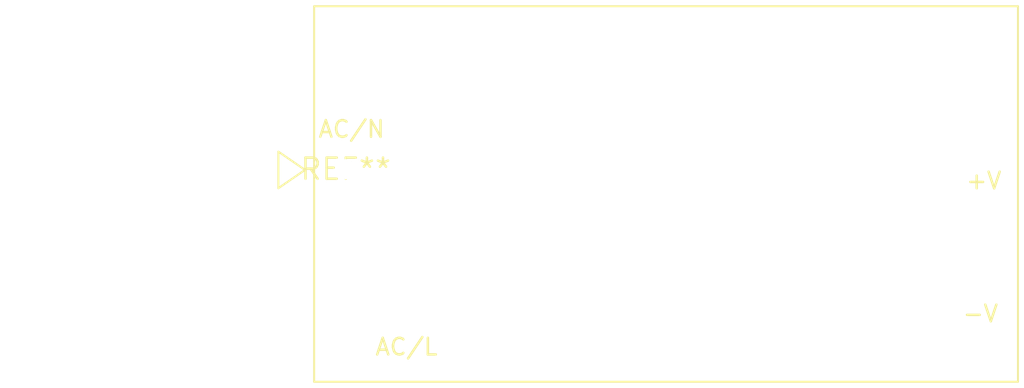
<source format=kicad_pcb>
(kicad_pcb (version 20240108) (generator pcbnew)
  (layers (0 "F.Cu" signal) (31 "B.Cu" signal) (34 "B.Paste" user) (35 "F.Paste" user) (36 "B.SilkS" user "B.Silkscreen") (37 "F.SilkS" user "F.Silkscreen") (38 "B.Mask" user) (39 "F.Mask" user) (44 "Edge.Cuts" user))
  (net 0 "")
  (footprint "Converter_ACDC_MeanWell_MFM-10-xx_THT" (layer "F.Cu") (at 0 0)
    (property "Reference" "REF**")
    (property "Value" "Converter_ACDC_MeanWell_MFM-10-xx_THT")
    (fp_line (start -4.05 1.15) (end -4.05 -1.05) (layer "F.SilkS") (stroke (width 0.12)))
    (fp_line (start -2.45 0.05) (end -4.05 -1.05) (layer "F.SilkS") (stroke (width 0.12)))
    (fp_line (start -2.45 0.05) (end -4.05 1.15) (layer "F.SilkS") (stroke (width 0.12)))
    (fp_line (start -1.9 -9.8) (end -1.9 12.8) (layer "F.SilkS") (stroke (width 0.12)))
    (fp_line (start -1.9 12.8) (end 40.4 12.8) (layer "F.SilkS") (stroke (width 0.12)))
    (fp_line (start 40.4 -9.8) (end -1.9 -9.8) (layer "F.SilkS") (stroke (width 0.12)))
    (fp_line (start 40.4 12.8) (end 40.4 -9.8) (layer "F.SilkS") (stroke (width 0.12)))
    (fp_text user "-V" (at 38.15 8.7 0) (layer "F.SilkS"))
    (fp_text user "+V" (at 38.35 0.7 0) (layer "F.SilkS"))
    (fp_text user "AC/N" (at 0.35 -2.4 0) (layer "F.SilkS"))
    (fp_text user "AC/L" (at 3.65 10.7 0) (layer "F.SilkS"))
    (pad "1" thru_hole rect (at 0 0) (size 2.5 2.5) (drill 1.2) (layers *.Cu *.Mask) (remove_unused_layers))
    (pad "2" thru_hole circle (at 0 10.75) (size 2.5 2.5) (drill 1.2) (layers *.Cu *.Mask) (remove_unused_layers))
    (pad "3" thru_hole circle (at 38.5 10.75) (size 2.5 2.5) (drill 1.2) (layers *.Cu *.Mask) (remove_unused_layers))
    (pad "4" thru_hole circle (at 38.5 2.75) (size 2.5 2.5) (drill 1.2) (layers *.Cu *.Mask) (remove_unused_layers))
  )
)
</source>
